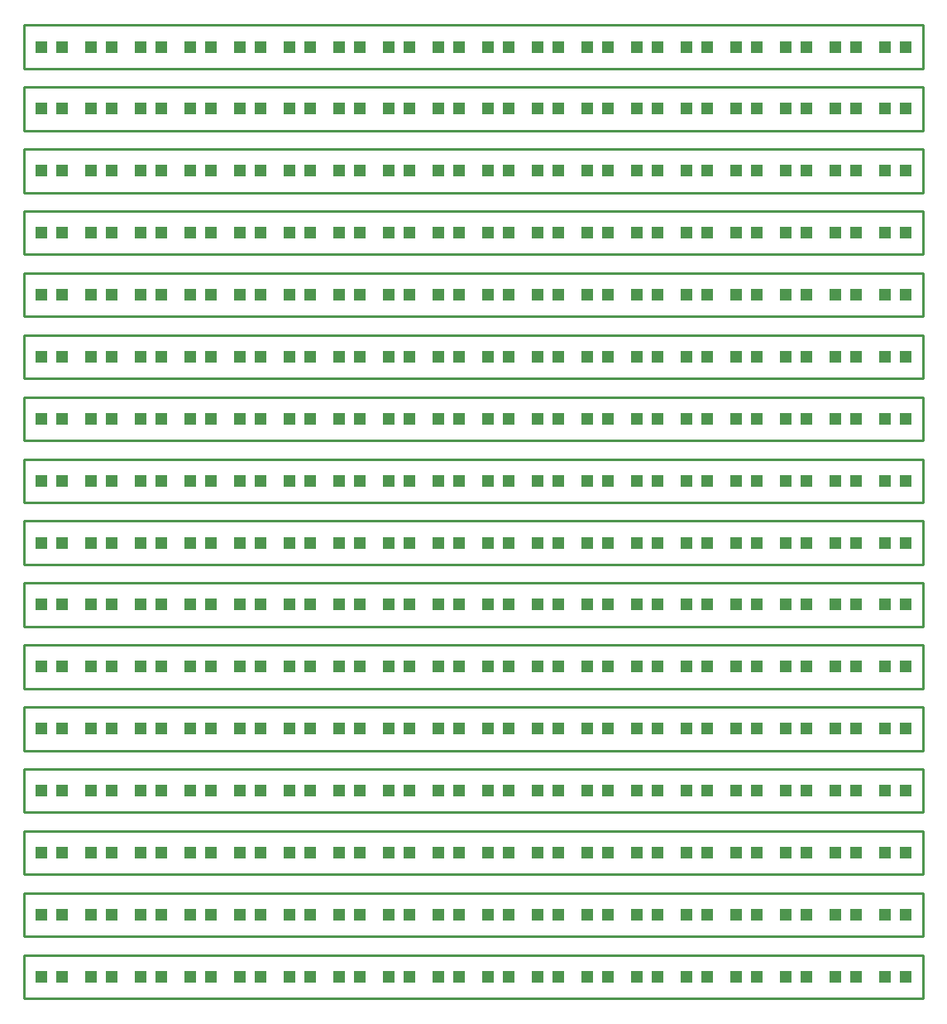
<source format=gts>
G75*
G70*
%OFA0B0*%
%FSLAX25Y25*%
%IPPOS*%
%LPD*%
%AMOC8*
5,1,8,0,0,1.08239X$1,22.5*
%
%ADD11C,0.01000*%
%ADD16R,0.05120X0.05120*%
X0010000Y0010000D02*
G75*
%LPD*%
D11*
X0010000Y0010000D02*
X0010000Y0027460D01*
X0372500Y0027460D01*
X0372500Y0010000D01*
X0010000Y0010000D01*
D16*
X0017120Y0018750D03*
X0025380Y0018750D03*
X0037120Y0018750D03*
X0045380Y0018750D03*
X0057120Y0018750D03*
X0065380Y0018750D03*
X0077120Y0018750D03*
X0085380Y0018750D03*
X0097120Y0018750D03*
X0105380Y0018750D03*
X0117120Y0018750D03*
X0125380Y0018750D03*
X0137120Y0018750D03*
X0145380Y0018750D03*
X0157120Y0018750D03*
X0165380Y0018750D03*
X0177120Y0018750D03*
X0185380Y0018750D03*
X0197120Y0018750D03*
X0205380Y0018750D03*
X0217120Y0018750D03*
X0225380Y0018750D03*
X0237120Y0018750D03*
X0245380Y0018750D03*
X0257120Y0018750D03*
X0265380Y0018750D03*
X0277120Y0018750D03*
X0285380Y0018750D03*
X0297120Y0018750D03*
X0305380Y0018750D03*
X0317120Y0018750D03*
X0325380Y0018750D03*
X0337120Y0018750D03*
X0345380Y0018750D03*
X0357120Y0018750D03*
X0365380Y0018750D03*
X0010000Y0034960D02*
G75*
%LPD*%
D11*
X0010000Y0034960D02*
X0010000Y0052420D01*
X0372500Y0052420D01*
X0372500Y0034960D01*
X0010000Y0034960D01*
D16*
X0017120Y0043710D03*
X0025380Y0043710D03*
X0037120Y0043710D03*
X0045380Y0043710D03*
X0057120Y0043710D03*
X0065380Y0043710D03*
X0077120Y0043710D03*
X0085380Y0043710D03*
X0097120Y0043710D03*
X0105380Y0043710D03*
X0117120Y0043710D03*
X0125380Y0043710D03*
X0137120Y0043710D03*
X0145380Y0043710D03*
X0157120Y0043710D03*
X0165380Y0043710D03*
X0177120Y0043710D03*
X0185380Y0043710D03*
X0197120Y0043710D03*
X0205380Y0043710D03*
X0217120Y0043710D03*
X0225380Y0043710D03*
X0237120Y0043710D03*
X0245380Y0043710D03*
X0257120Y0043710D03*
X0265380Y0043710D03*
X0277120Y0043710D03*
X0285380Y0043710D03*
X0297120Y0043710D03*
X0305380Y0043710D03*
X0317120Y0043710D03*
X0325380Y0043710D03*
X0337120Y0043710D03*
X0345380Y0043710D03*
X0357120Y0043710D03*
X0365380Y0043710D03*
X0010000Y0059920D02*
G75*
%LPD*%
D11*
X0010000Y0059920D02*
X0010000Y0077380D01*
X0372500Y0077380D01*
X0372500Y0059920D01*
X0010000Y0059920D01*
D16*
X0017120Y0068670D03*
X0025380Y0068670D03*
X0037120Y0068670D03*
X0045380Y0068670D03*
X0057120Y0068670D03*
X0065380Y0068670D03*
X0077120Y0068670D03*
X0085380Y0068670D03*
X0097120Y0068670D03*
X0105380Y0068670D03*
X0117120Y0068670D03*
X0125380Y0068670D03*
X0137120Y0068670D03*
X0145380Y0068670D03*
X0157120Y0068670D03*
X0165380Y0068670D03*
X0177120Y0068670D03*
X0185380Y0068670D03*
X0197120Y0068670D03*
X0205380Y0068670D03*
X0217120Y0068670D03*
X0225380Y0068670D03*
X0237120Y0068670D03*
X0245380Y0068670D03*
X0257120Y0068670D03*
X0265380Y0068670D03*
X0277120Y0068670D03*
X0285380Y0068670D03*
X0297120Y0068670D03*
X0305380Y0068670D03*
X0317120Y0068670D03*
X0325380Y0068670D03*
X0337120Y0068670D03*
X0345380Y0068670D03*
X0357120Y0068670D03*
X0365380Y0068670D03*
X0010000Y0084880D02*
G75*
%LPD*%
D11*
X0010000Y0084880D02*
X0010000Y0102340D01*
X0372500Y0102340D01*
X0372500Y0084880D01*
X0010000Y0084880D01*
D16*
X0017120Y0093630D03*
X0025380Y0093630D03*
X0037120Y0093630D03*
X0045380Y0093630D03*
X0057120Y0093630D03*
X0065380Y0093630D03*
X0077120Y0093630D03*
X0085380Y0093630D03*
X0097120Y0093630D03*
X0105380Y0093630D03*
X0117120Y0093630D03*
X0125380Y0093630D03*
X0137120Y0093630D03*
X0145380Y0093630D03*
X0157120Y0093630D03*
X0165380Y0093630D03*
X0177120Y0093630D03*
X0185380Y0093630D03*
X0197120Y0093630D03*
X0205380Y0093630D03*
X0217120Y0093630D03*
X0225380Y0093630D03*
X0237120Y0093630D03*
X0245380Y0093630D03*
X0257120Y0093630D03*
X0265380Y0093630D03*
X0277120Y0093630D03*
X0285380Y0093630D03*
X0297120Y0093630D03*
X0305380Y0093630D03*
X0317120Y0093630D03*
X0325380Y0093630D03*
X0337120Y0093630D03*
X0345380Y0093630D03*
X0357120Y0093630D03*
X0365380Y0093630D03*
X0010000Y0109840D02*
G75*
%LPD*%
D11*
X0010000Y0109840D02*
X0010000Y0127300D01*
X0372500Y0127300D01*
X0372500Y0109840D01*
X0010000Y0109840D01*
D16*
X0017120Y0118590D03*
X0025380Y0118590D03*
X0037120Y0118590D03*
X0045380Y0118590D03*
X0057120Y0118590D03*
X0065380Y0118590D03*
X0077120Y0118590D03*
X0085380Y0118590D03*
X0097120Y0118590D03*
X0105380Y0118590D03*
X0117120Y0118590D03*
X0125380Y0118590D03*
X0137120Y0118590D03*
X0145380Y0118590D03*
X0157120Y0118590D03*
X0165380Y0118590D03*
X0177120Y0118590D03*
X0185380Y0118590D03*
X0197120Y0118590D03*
X0205380Y0118590D03*
X0217120Y0118590D03*
X0225380Y0118590D03*
X0237120Y0118590D03*
X0245380Y0118590D03*
X0257120Y0118590D03*
X0265380Y0118590D03*
X0277120Y0118590D03*
X0285380Y0118590D03*
X0297120Y0118590D03*
X0305380Y0118590D03*
X0317120Y0118590D03*
X0325380Y0118590D03*
X0337120Y0118590D03*
X0345380Y0118590D03*
X0357120Y0118590D03*
X0365380Y0118590D03*
X0010000Y0134800D02*
G75*
%LPD*%
D11*
X0010000Y0134800D02*
X0010000Y0152260D01*
X0372500Y0152260D01*
X0372500Y0134800D01*
X0010000Y0134800D01*
D16*
X0017120Y0143550D03*
X0025380Y0143550D03*
X0037120Y0143550D03*
X0045380Y0143550D03*
X0057120Y0143550D03*
X0065380Y0143550D03*
X0077120Y0143550D03*
X0085380Y0143550D03*
X0097120Y0143550D03*
X0105380Y0143550D03*
X0117120Y0143550D03*
X0125380Y0143550D03*
X0137120Y0143550D03*
X0145380Y0143550D03*
X0157120Y0143550D03*
X0165380Y0143550D03*
X0177120Y0143550D03*
X0185380Y0143550D03*
X0197120Y0143550D03*
X0205380Y0143550D03*
X0217120Y0143550D03*
X0225380Y0143550D03*
X0237120Y0143550D03*
X0245380Y0143550D03*
X0257120Y0143550D03*
X0265380Y0143550D03*
X0277120Y0143550D03*
X0285380Y0143550D03*
X0297120Y0143550D03*
X0305380Y0143550D03*
X0317120Y0143550D03*
X0325380Y0143550D03*
X0337120Y0143550D03*
X0345380Y0143550D03*
X0357120Y0143550D03*
X0365380Y0143550D03*
X0010000Y0159760D02*
G75*
%LPD*%
D11*
X0010000Y0159760D02*
X0010000Y0177220D01*
X0372500Y0177220D01*
X0372500Y0159760D01*
X0010000Y0159760D01*
D16*
X0017120Y0168510D03*
X0025380Y0168510D03*
X0037120Y0168510D03*
X0045380Y0168510D03*
X0057120Y0168510D03*
X0065380Y0168510D03*
X0077120Y0168510D03*
X0085380Y0168510D03*
X0097120Y0168510D03*
X0105380Y0168510D03*
X0117120Y0168510D03*
X0125380Y0168510D03*
X0137120Y0168510D03*
X0145380Y0168510D03*
X0157120Y0168510D03*
X0165380Y0168510D03*
X0177120Y0168510D03*
X0185380Y0168510D03*
X0197120Y0168510D03*
X0205380Y0168510D03*
X0217120Y0168510D03*
X0225380Y0168510D03*
X0237120Y0168510D03*
X0245380Y0168510D03*
X0257120Y0168510D03*
X0265380Y0168510D03*
X0277120Y0168510D03*
X0285380Y0168510D03*
X0297120Y0168510D03*
X0305380Y0168510D03*
X0317120Y0168510D03*
X0325380Y0168510D03*
X0337120Y0168510D03*
X0345380Y0168510D03*
X0357120Y0168510D03*
X0365380Y0168510D03*
X0010000Y0184720D02*
G75*
%LPD*%
D11*
X0010000Y0184720D02*
X0010000Y0202180D01*
X0372500Y0202180D01*
X0372500Y0184720D01*
X0010000Y0184720D01*
D16*
X0017120Y0193470D03*
X0025380Y0193470D03*
X0037120Y0193470D03*
X0045380Y0193470D03*
X0057120Y0193470D03*
X0065380Y0193470D03*
X0077120Y0193470D03*
X0085380Y0193470D03*
X0097120Y0193470D03*
X0105380Y0193470D03*
X0117120Y0193470D03*
X0125380Y0193470D03*
X0137120Y0193470D03*
X0145380Y0193470D03*
X0157120Y0193470D03*
X0165380Y0193470D03*
X0177120Y0193470D03*
X0185380Y0193470D03*
X0197120Y0193470D03*
X0205380Y0193470D03*
X0217120Y0193470D03*
X0225380Y0193470D03*
X0237120Y0193470D03*
X0245380Y0193470D03*
X0257120Y0193470D03*
X0265380Y0193470D03*
X0277120Y0193470D03*
X0285380Y0193470D03*
X0297120Y0193470D03*
X0305380Y0193470D03*
X0317120Y0193470D03*
X0325380Y0193470D03*
X0337120Y0193470D03*
X0345380Y0193470D03*
X0357120Y0193470D03*
X0365380Y0193470D03*
X0010000Y0209680D02*
G75*
%LPD*%
D11*
X0010000Y0209680D02*
X0010000Y0227140D01*
X0372500Y0227140D01*
X0372500Y0209680D01*
X0010000Y0209680D01*
D16*
X0017120Y0218430D03*
X0025380Y0218430D03*
X0037120Y0218430D03*
X0045380Y0218430D03*
X0057120Y0218430D03*
X0065380Y0218430D03*
X0077120Y0218430D03*
X0085380Y0218430D03*
X0097120Y0218430D03*
X0105380Y0218430D03*
X0117120Y0218430D03*
X0125380Y0218430D03*
X0137120Y0218430D03*
X0145380Y0218430D03*
X0157120Y0218430D03*
X0165380Y0218430D03*
X0177120Y0218430D03*
X0185380Y0218430D03*
X0197120Y0218430D03*
X0205380Y0218430D03*
X0217120Y0218430D03*
X0225380Y0218430D03*
X0237120Y0218430D03*
X0245380Y0218430D03*
X0257120Y0218430D03*
X0265380Y0218430D03*
X0277120Y0218430D03*
X0285380Y0218430D03*
X0297120Y0218430D03*
X0305380Y0218430D03*
X0317120Y0218430D03*
X0325380Y0218430D03*
X0337120Y0218430D03*
X0345380Y0218430D03*
X0357120Y0218430D03*
X0365380Y0218430D03*
X0010000Y0234640D02*
G75*
%LPD*%
D11*
X0010000Y0234640D02*
X0010000Y0252100D01*
X0372500Y0252100D01*
X0372500Y0234640D01*
X0010000Y0234640D01*
D16*
X0017120Y0243390D03*
X0025380Y0243390D03*
X0037120Y0243390D03*
X0045380Y0243390D03*
X0057120Y0243390D03*
X0065380Y0243390D03*
X0077120Y0243390D03*
X0085380Y0243390D03*
X0097120Y0243390D03*
X0105380Y0243390D03*
X0117120Y0243390D03*
X0125380Y0243390D03*
X0137120Y0243390D03*
X0145380Y0243390D03*
X0157120Y0243390D03*
X0165380Y0243390D03*
X0177120Y0243390D03*
X0185380Y0243390D03*
X0197120Y0243390D03*
X0205380Y0243390D03*
X0217120Y0243390D03*
X0225380Y0243390D03*
X0237120Y0243390D03*
X0245380Y0243390D03*
X0257120Y0243390D03*
X0265380Y0243390D03*
X0277120Y0243390D03*
X0285380Y0243390D03*
X0297120Y0243390D03*
X0305380Y0243390D03*
X0317120Y0243390D03*
X0325380Y0243390D03*
X0337120Y0243390D03*
X0345380Y0243390D03*
X0357120Y0243390D03*
X0365380Y0243390D03*
X0010000Y0259600D02*
G75*
%LPD*%
D11*
X0010000Y0259600D02*
X0010000Y0277060D01*
X0372500Y0277060D01*
X0372500Y0259600D01*
X0010000Y0259600D01*
D16*
X0017120Y0268350D03*
X0025380Y0268350D03*
X0037120Y0268350D03*
X0045380Y0268350D03*
X0057120Y0268350D03*
X0065380Y0268350D03*
X0077120Y0268350D03*
X0085380Y0268350D03*
X0097120Y0268350D03*
X0105380Y0268350D03*
X0117120Y0268350D03*
X0125380Y0268350D03*
X0137120Y0268350D03*
X0145380Y0268350D03*
X0157120Y0268350D03*
X0165380Y0268350D03*
X0177120Y0268350D03*
X0185380Y0268350D03*
X0197120Y0268350D03*
X0205380Y0268350D03*
X0217120Y0268350D03*
X0225380Y0268350D03*
X0237120Y0268350D03*
X0245380Y0268350D03*
X0257120Y0268350D03*
X0265380Y0268350D03*
X0277120Y0268350D03*
X0285380Y0268350D03*
X0297120Y0268350D03*
X0305380Y0268350D03*
X0317120Y0268350D03*
X0325380Y0268350D03*
X0337120Y0268350D03*
X0345380Y0268350D03*
X0357120Y0268350D03*
X0365380Y0268350D03*
X0010000Y0284560D02*
G75*
%LPD*%
D11*
X0010000Y0284560D02*
X0010000Y0302020D01*
X0372500Y0302020D01*
X0372500Y0284560D01*
X0010000Y0284560D01*
D16*
X0017120Y0293310D03*
X0025380Y0293310D03*
X0037120Y0293310D03*
X0045380Y0293310D03*
X0057120Y0293310D03*
X0065380Y0293310D03*
X0077120Y0293310D03*
X0085380Y0293310D03*
X0097120Y0293310D03*
X0105380Y0293310D03*
X0117120Y0293310D03*
X0125380Y0293310D03*
X0137120Y0293310D03*
X0145380Y0293310D03*
X0157120Y0293310D03*
X0165380Y0293310D03*
X0177120Y0293310D03*
X0185380Y0293310D03*
X0197120Y0293310D03*
X0205380Y0293310D03*
X0217120Y0293310D03*
X0225380Y0293310D03*
X0237120Y0293310D03*
X0245380Y0293310D03*
X0257120Y0293310D03*
X0265380Y0293310D03*
X0277120Y0293310D03*
X0285380Y0293310D03*
X0297120Y0293310D03*
X0305380Y0293310D03*
X0317120Y0293310D03*
X0325380Y0293310D03*
X0337120Y0293310D03*
X0345380Y0293310D03*
X0357120Y0293310D03*
X0365380Y0293310D03*
X0010000Y0309520D02*
G75*
%LPD*%
D11*
X0010000Y0309520D02*
X0010000Y0326980D01*
X0372500Y0326980D01*
X0372500Y0309520D01*
X0010000Y0309520D01*
D16*
X0017120Y0318270D03*
X0025380Y0318270D03*
X0037120Y0318270D03*
X0045380Y0318270D03*
X0057120Y0318270D03*
X0065380Y0318270D03*
X0077120Y0318270D03*
X0085380Y0318270D03*
X0097120Y0318270D03*
X0105380Y0318270D03*
X0117120Y0318270D03*
X0125380Y0318270D03*
X0137120Y0318270D03*
X0145380Y0318270D03*
X0157120Y0318270D03*
X0165380Y0318270D03*
X0177120Y0318270D03*
X0185380Y0318270D03*
X0197120Y0318270D03*
X0205380Y0318270D03*
X0217120Y0318270D03*
X0225380Y0318270D03*
X0237120Y0318270D03*
X0245380Y0318270D03*
X0257120Y0318270D03*
X0265380Y0318270D03*
X0277120Y0318270D03*
X0285380Y0318270D03*
X0297120Y0318270D03*
X0305380Y0318270D03*
X0317120Y0318270D03*
X0325380Y0318270D03*
X0337120Y0318270D03*
X0345380Y0318270D03*
X0357120Y0318270D03*
X0365380Y0318270D03*
X0010000Y0334480D02*
G75*
%LPD*%
D11*
X0010000Y0334480D02*
X0010000Y0351940D01*
X0372500Y0351940D01*
X0372500Y0334480D01*
X0010000Y0334480D01*
D16*
X0017120Y0343230D03*
X0025380Y0343230D03*
X0037120Y0343230D03*
X0045380Y0343230D03*
X0057120Y0343230D03*
X0065380Y0343230D03*
X0077120Y0343230D03*
X0085380Y0343230D03*
X0097120Y0343230D03*
X0105380Y0343230D03*
X0117120Y0343230D03*
X0125380Y0343230D03*
X0137120Y0343230D03*
X0145380Y0343230D03*
X0157120Y0343230D03*
X0165380Y0343230D03*
X0177120Y0343230D03*
X0185380Y0343230D03*
X0197120Y0343230D03*
X0205380Y0343230D03*
X0217120Y0343230D03*
X0225380Y0343230D03*
X0237120Y0343230D03*
X0245380Y0343230D03*
X0257120Y0343230D03*
X0265380Y0343230D03*
X0277120Y0343230D03*
X0285380Y0343230D03*
X0297120Y0343230D03*
X0305380Y0343230D03*
X0317120Y0343230D03*
X0325380Y0343230D03*
X0337120Y0343230D03*
X0345380Y0343230D03*
X0357120Y0343230D03*
X0365380Y0343230D03*
X0010000Y0359440D02*
G75*
%LPD*%
D11*
X0010000Y0359440D02*
X0010000Y0376900D01*
X0372500Y0376900D01*
X0372500Y0359440D01*
X0010000Y0359440D01*
D16*
X0017120Y0368190D03*
X0025380Y0368190D03*
X0037120Y0368190D03*
X0045380Y0368190D03*
X0057120Y0368190D03*
X0065380Y0368190D03*
X0077120Y0368190D03*
X0085380Y0368190D03*
X0097120Y0368190D03*
X0105380Y0368190D03*
X0117120Y0368190D03*
X0125380Y0368190D03*
X0137120Y0368190D03*
X0145380Y0368190D03*
X0157120Y0368190D03*
X0165380Y0368190D03*
X0177120Y0368190D03*
X0185380Y0368190D03*
X0197120Y0368190D03*
X0205380Y0368190D03*
X0217120Y0368190D03*
X0225380Y0368190D03*
X0237120Y0368190D03*
X0245380Y0368190D03*
X0257120Y0368190D03*
X0265380Y0368190D03*
X0277120Y0368190D03*
X0285380Y0368190D03*
X0297120Y0368190D03*
X0305380Y0368190D03*
X0317120Y0368190D03*
X0325380Y0368190D03*
X0337120Y0368190D03*
X0345380Y0368190D03*
X0357120Y0368190D03*
X0365380Y0368190D03*
X0010000Y0384400D02*
G75*
%LPD*%
D11*
X0010000Y0384400D02*
X0010000Y0401860D01*
X0372500Y0401860D01*
X0372500Y0384400D01*
X0010000Y0384400D01*
D16*
X0017120Y0393150D03*
X0025380Y0393150D03*
X0037120Y0393150D03*
X0045380Y0393150D03*
X0057120Y0393150D03*
X0065380Y0393150D03*
X0077120Y0393150D03*
X0085380Y0393150D03*
X0097120Y0393150D03*
X0105380Y0393150D03*
X0117120Y0393150D03*
X0125380Y0393150D03*
X0137120Y0393150D03*
X0145380Y0393150D03*
X0157120Y0393150D03*
X0165380Y0393150D03*
X0177120Y0393150D03*
X0185380Y0393150D03*
X0197120Y0393150D03*
X0205380Y0393150D03*
X0217120Y0393150D03*
X0225380Y0393150D03*
X0237120Y0393150D03*
X0245380Y0393150D03*
X0257120Y0393150D03*
X0265380Y0393150D03*
X0277120Y0393150D03*
X0285380Y0393150D03*
X0297120Y0393150D03*
X0305380Y0393150D03*
X0317120Y0393150D03*
X0325380Y0393150D03*
X0337120Y0393150D03*
X0345380Y0393150D03*
X0357120Y0393150D03*
X0365380Y0393150D03*
M02*

</source>
